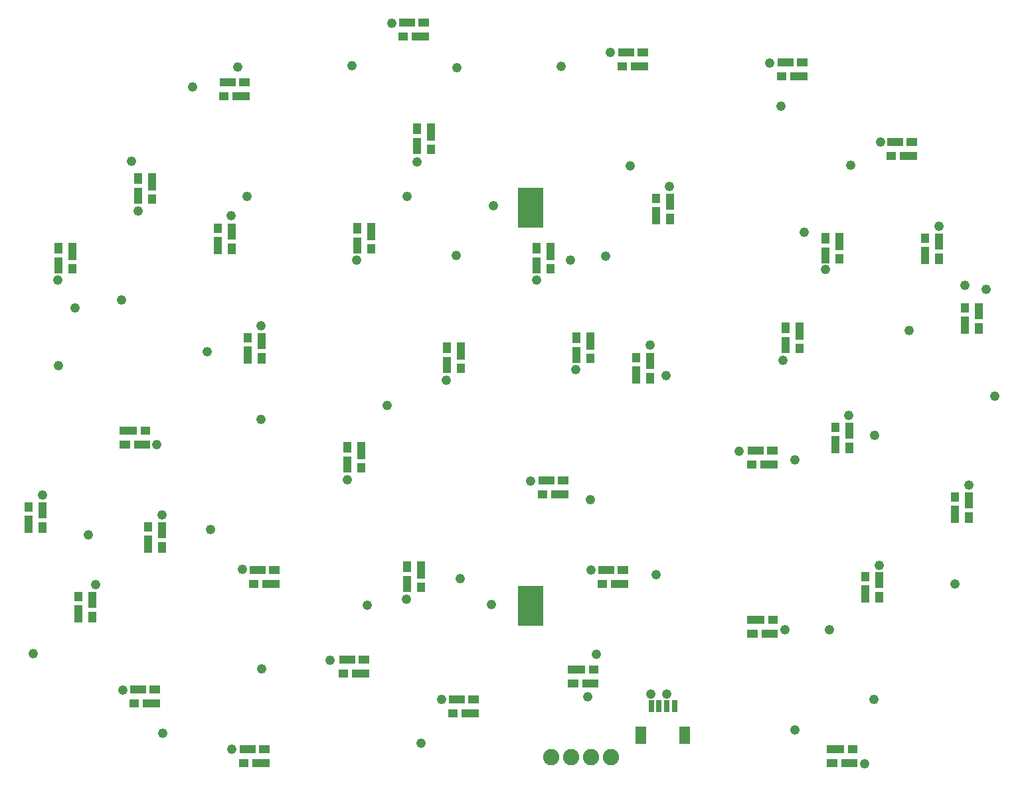
<source format=gbs>
G04 EAGLE Gerber RS-274X export*
G75*
%MOMM*%
%FSLAX34Y34*%
%LPD*%
%INSoldermask Bottom*%
%IPPOS*%
%AMOC8*
5,1,8,0,0,1.08239X$1,22.5*%
G01*
%ADD10C,2.082800*%
%ADD11R,1.053200X2.103200*%
%ADD12R,1.053200X1.203200*%
%ADD13R,1.053200X1.353200*%
%ADD14R,1.053200X2.203200*%
%ADD15R,2.103200X1.053200*%
%ADD16R,1.203200X1.053200*%
%ADD17R,1.353200X1.053200*%
%ADD18R,2.203200X1.053200*%
%ADD19R,1.403200X2.203200*%
%ADD20R,0.803200X1.553200*%
%ADD21R,3.203200X5.203200*%
%ADD22C,1.209600*%


D10*
X835660Y74930D03*
X810260Y74930D03*
X784860Y74930D03*
X759460Y74930D03*
D11*
X130950Y702200D03*
D12*
X148450Y697700D03*
D13*
X130950Y723950D03*
D14*
X148450Y719700D03*
D11*
X232550Y791100D03*
D12*
X250050Y786600D03*
D13*
X232550Y812850D03*
D14*
X250050Y808600D03*
D15*
X346600Y935850D03*
D16*
X342100Y918350D03*
D17*
X368350Y935850D03*
D18*
X364100Y918350D03*
D11*
X351650Y745600D03*
D12*
X334150Y750100D03*
D13*
X351650Y723850D03*
D14*
X334150Y728100D03*
D11*
X389750Y605900D03*
D12*
X372250Y610400D03*
D13*
X389750Y584150D03*
D14*
X372250Y588400D03*
D15*
X237600Y473850D03*
D16*
X242100Y491350D03*
D17*
X215850Y473850D03*
D18*
X220100Y491350D03*
D11*
X110350Y390000D03*
D12*
X92850Y394500D03*
D13*
X110350Y368250D03*
D14*
X92850Y372500D03*
D11*
X262750Y364600D03*
D12*
X245250Y369100D03*
D13*
X262750Y342850D03*
D14*
X245250Y347100D03*
D11*
X173850Y275700D03*
D12*
X156350Y280200D03*
D13*
X173850Y253950D03*
D14*
X156350Y258200D03*
D15*
X232300Y161150D03*
D16*
X227800Y143650D03*
D17*
X254050Y161150D03*
D18*
X249800Y143650D03*
D15*
X372000Y84950D03*
D16*
X367500Y67450D03*
D17*
X393750Y84950D03*
D18*
X389500Y67450D03*
D15*
X384700Y313550D03*
D16*
X380200Y296050D03*
D17*
X406450Y313550D03*
D18*
X402200Y296050D03*
D15*
X499000Y199250D03*
D16*
X494500Y181750D03*
D17*
X520750Y199250D03*
D18*
X516500Y181750D03*
D15*
X638700Y148450D03*
D16*
X634200Y130950D03*
D17*
X660450Y148450D03*
D18*
X656200Y130950D03*
D11*
X575450Y295800D03*
D12*
X592950Y291300D03*
D13*
X575450Y317550D03*
D14*
X592950Y313300D03*
D11*
X499250Y448200D03*
D12*
X516750Y443700D03*
D13*
X499250Y469950D03*
D14*
X516750Y465700D03*
D11*
X626250Y575200D03*
D12*
X643750Y570700D03*
D13*
X626250Y596950D03*
D14*
X643750Y592700D03*
D11*
X511950Y727600D03*
D12*
X529450Y723100D03*
D13*
X511950Y749350D03*
D14*
X529450Y745100D03*
D11*
X588150Y854600D03*
D12*
X605650Y850100D03*
D13*
X588150Y876350D03*
D14*
X605650Y872100D03*
D15*
X575200Y1012050D03*
D16*
X570700Y994550D03*
D17*
X596950Y1012050D03*
D18*
X592700Y994550D03*
D15*
X753000Y427850D03*
D16*
X748500Y410350D03*
D17*
X774750Y427850D03*
D18*
X770500Y410350D03*
D11*
X791350Y587900D03*
D12*
X808850Y583400D03*
D13*
X791350Y609650D03*
D14*
X808850Y605400D03*
D11*
X740550Y702200D03*
D12*
X758050Y697700D03*
D13*
X740550Y723950D03*
D14*
X758050Y719700D03*
D15*
X854600Y973950D03*
D16*
X850100Y956450D03*
D17*
X876350Y973950D03*
D18*
X872100Y956450D03*
D11*
X910450Y783700D03*
D12*
X892950Y788200D03*
D13*
X910450Y761950D03*
D14*
X892950Y766200D03*
D11*
X885050Y580500D03*
D12*
X867550Y585000D03*
D13*
X885050Y558750D03*
D14*
X867550Y563000D03*
D15*
X829200Y313550D03*
D16*
X824700Y296050D03*
D17*
X850950Y313550D03*
D18*
X846700Y296050D03*
D15*
X1019700Y465950D03*
D16*
X1015200Y448450D03*
D17*
X1041450Y465950D03*
D18*
X1037200Y448450D03*
D11*
X1058050Y600600D03*
D12*
X1075550Y596100D03*
D13*
X1058050Y622350D03*
D14*
X1075550Y618100D03*
D11*
X1108850Y714900D03*
D12*
X1126350Y710400D03*
D13*
X1108850Y736650D03*
D14*
X1126350Y732400D03*
D15*
X1057800Y961250D03*
D16*
X1053300Y943750D03*
D17*
X1079550Y961250D03*
D18*
X1075300Y943750D03*
D15*
X1197500Y859650D03*
D16*
X1193000Y842150D03*
D17*
X1219250Y859650D03*
D18*
X1215000Y842150D03*
D11*
X1253350Y732900D03*
D12*
X1235850Y737400D03*
D13*
X1253350Y711150D03*
D14*
X1235850Y715400D03*
D11*
X1304150Y644000D03*
D12*
X1286650Y648500D03*
D13*
X1304150Y622250D03*
D14*
X1286650Y626500D03*
D11*
X1139050Y491600D03*
D12*
X1121550Y496100D03*
D13*
X1139050Y469850D03*
D14*
X1121550Y474100D03*
D11*
X1291450Y402700D03*
D12*
X1273950Y407200D03*
D13*
X1291450Y380950D03*
D14*
X1273950Y385200D03*
D11*
X1177150Y301100D03*
D12*
X1159650Y305600D03*
D13*
X1177150Y279350D03*
D14*
X1159650Y283600D03*
D15*
X1139300Y67450D03*
D16*
X1143800Y84950D03*
D17*
X1117550Y67450D03*
D18*
X1121800Y84950D03*
D15*
X1037700Y232550D03*
D16*
X1042200Y250050D03*
D17*
X1015950Y232550D03*
D18*
X1020200Y250050D03*
D15*
X809100Y169050D03*
D16*
X813600Y186550D03*
D17*
X787350Y169050D03*
D18*
X791600Y186550D03*
D19*
X929700Y102950D03*
X873700Y102950D03*
D20*
X916700Y139700D03*
X906700Y139700D03*
X896700Y139700D03*
X886700Y139700D03*
D21*
X732790Y775953D03*
X732790Y267953D03*
D22*
X816610Y205994D03*
X1069594Y109982D03*
X1170686Y148844D03*
X1273810Y295656D03*
X1171956Y485140D03*
X1325118Y535178D03*
X1286510Y676656D03*
X1140714Y829818D03*
X1052322Y905764D03*
X1081532Y744728D03*
X1215390Y619506D03*
X1114044Y237744D03*
X892810Y307340D03*
X905764Y561848D03*
X829056Y713994D03*
X860044Y829310D03*
X771906Y956056D03*
X784098Y708914D03*
X808990Y403352D03*
X643382Y302260D03*
X593598Y92964D03*
X525018Y268986D03*
X550164Y523748D03*
X638302Y715010D03*
X575310Y789940D03*
X639064Y954786D03*
X504952Y956818D03*
X389636Y505714D03*
X325120Y364998D03*
X390398Y187706D03*
X263906Y105664D03*
X98806Y206756D03*
X169164Y358902D03*
X131064Y574294D03*
X320294Y592328D03*
X371602Y790194D03*
X302260Y930402D03*
X224536Y835152D03*
X211836Y657860D03*
X1070102Y453898D03*
X886460Y154940D03*
X685800Y778510D03*
X683006Y269748D03*
X130556Y684022D03*
X232410Y771906D03*
X359410Y955802D03*
X351536Y765556D03*
X389382Y625348D03*
X256540Y473964D03*
X110744Y409194D03*
X263398Y384048D03*
X178816Y294688D03*
X212852Y160528D03*
X352298Y84836D03*
X365760Y314452D03*
X477266Y198882D03*
X619252Y148336D03*
X574548Y276098D03*
X499364Y428752D03*
X625856Y556006D03*
X511556Y708914D03*
X588010Y834136D03*
X556260Y1011428D03*
X733044Y427228D03*
X790956Y568960D03*
X740918Y683260D03*
X834644Y973836D03*
X909828Y802640D03*
X885444Y600710D03*
X810260Y313944D03*
X999236Y465074D03*
X1055024Y580898D03*
X1108710Y697230D03*
X1037590Y960628D03*
X1178814Y859790D03*
X1253998Y751840D03*
X1314196Y671576D03*
X1138936Y511048D03*
X1291590Y422402D03*
X1177290Y319278D03*
X1159002Y66802D03*
X1057148Y237744D03*
X806196Y151638D03*
X906780Y154940D03*
X736600Y774700D03*
X731520Y266700D03*
X152400Y647700D03*
M02*

</source>
